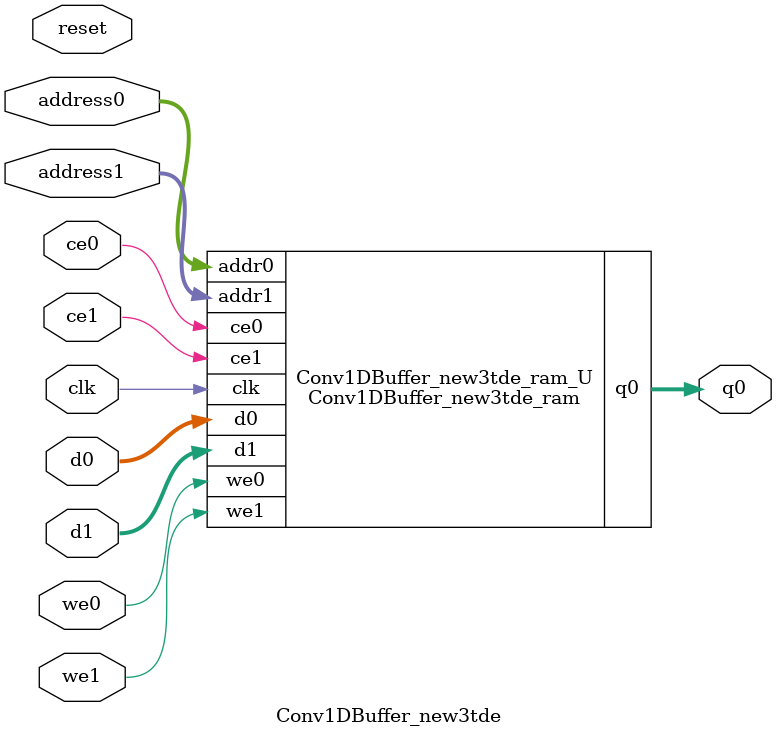
<source format=v>

`timescale 1 ns / 1 ps
module Conv1DBuffer_new3tde_ram (addr0, ce0, d0, we0, q0, addr1, ce1, d1, we1,  clk);

parameter DWIDTH = 8;
parameter AWIDTH = 7;
parameter MEM_SIZE = 128;

input[AWIDTH-1:0] addr0;
input ce0;
input[DWIDTH-1:0] d0;
input we0;
output reg[DWIDTH-1:0] q0;
input[AWIDTH-1:0] addr1;
input ce1;
input[DWIDTH-1:0] d1;
input we1;
input clk;

(* ram_style = "block" *)reg [DWIDTH-1:0] ram[0:MEM_SIZE-1];




always @(posedge clk)  
begin 
    if (ce0) 
    begin
        if (we0) 
        begin 
            ram[addr0] <= d0; 
            q0 <= d0;
        end 
        else 
            q0 <= ram[addr0];
    end
end


always @(posedge clk)  
begin 
    if (ce1) 
    begin
        if (we1) 
        begin 
            ram[addr1] <= d1; 
        end 
    end
end


endmodule


`timescale 1 ns / 1 ps
module Conv1DBuffer_new3tde(
    reset,
    clk,
    address0,
    ce0,
    we0,
    d0,
    q0,
    address1,
    ce1,
    we1,
    d1);

parameter DataWidth = 32'd8;
parameter AddressRange = 32'd128;
parameter AddressWidth = 32'd7;
input reset;
input clk;
input[AddressWidth - 1:0] address0;
input ce0;
input we0;
input[DataWidth - 1:0] d0;
output[DataWidth - 1:0] q0;
input[AddressWidth - 1:0] address1;
input ce1;
input we1;
input[DataWidth - 1:0] d1;



Conv1DBuffer_new3tde_ram Conv1DBuffer_new3tde_ram_U(
    .clk( clk ),
    .addr0( address0 ),
    .ce0( ce0 ),
    .we0( we0 ),
    .d0( d0 ),
    .q0( q0 ),
    .addr1( address1 ),
    .ce1( ce1 ),
    .we1( we1 ),
    .d1( d1 ));

endmodule


</source>
